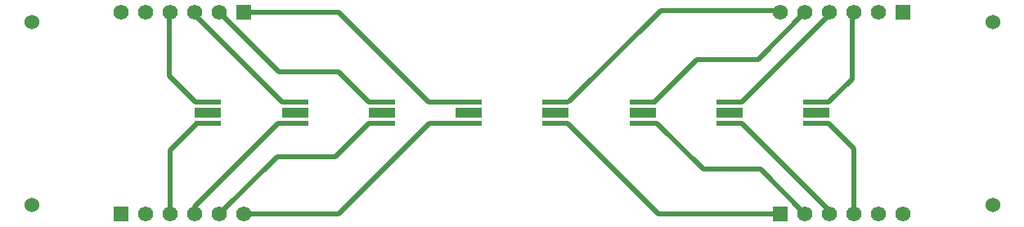
<source format=gbl>
G04*
G04 #@! TF.GenerationSoftware,Altium Limited,Altium Designer,24.0.1 (36)*
G04*
G04 Layer_Physical_Order=2*
G04 Layer_Color=16711680*
%FSLAX44Y44*%
%MOMM*%
G71*
G04*
G04 #@! TF.SameCoordinates,FE54D643-1383-4C3F-89A0-025996B94EA8*
G04*
G04*
G04 #@! TF.FilePolarity,Positive*
G04*
G01*
G75*
%ADD13C,1.5700*%
%ADD14R,1.5700X1.5700*%
%ADD16C,1.5240*%
%ADD17R,2.7000X0.5000*%
%ADD18R,2.7000X1.0000*%
%ADD19C,0.5080*%
D13*
X142700Y249400D02*
D03*
X168100D02*
D03*
X193500D02*
D03*
X218900D02*
D03*
X244300D02*
D03*
X825100D02*
D03*
X850500D02*
D03*
X875900D02*
D03*
X901300D02*
D03*
X926700D02*
D03*
X952100Y40600D02*
D03*
X926700D02*
D03*
X901300D02*
D03*
X875900D02*
D03*
X850500D02*
D03*
X269700D02*
D03*
X244300D02*
D03*
X218900D02*
D03*
X193500D02*
D03*
X168100D02*
D03*
D14*
X269700Y249400D02*
D03*
X952100D02*
D03*
X825100Y40600D02*
D03*
X142700D02*
D03*
D16*
X1044800Y240000D02*
D03*
Y50000D02*
D03*
X50000Y240000D02*
D03*
Y50000D02*
D03*
D17*
X232400Y156530D02*
D03*
Y134530D02*
D03*
X322400Y156530D02*
D03*
Y134530D02*
D03*
X412400Y156530D02*
D03*
Y134530D02*
D03*
X502400Y156530D02*
D03*
Y134530D02*
D03*
X592400Y156530D02*
D03*
Y134530D02*
D03*
X682400Y156530D02*
D03*
Y134530D02*
D03*
X772400Y156530D02*
D03*
Y134530D02*
D03*
X862400Y156530D02*
D03*
Y134530D02*
D03*
D18*
X232400Y145530D02*
D03*
X322400D02*
D03*
X412400D02*
D03*
X502400D02*
D03*
X592400D02*
D03*
X682400D02*
D03*
X772400D02*
D03*
X862400D02*
D03*
D19*
Y134530D02*
X862440Y134490D01*
X874905D02*
X875460Y133935D01*
X901300Y40600D02*
Y108350D01*
X875715Y133935D02*
X901300Y108350D01*
X862440Y134490D02*
X874905D01*
X875460Y133935D02*
X875715D01*
X862400Y156530D02*
X862440Y156570D01*
X874905D02*
X875460Y157125D01*
X899160Y180340D02*
Y247260D01*
X875945Y157125D02*
X899160Y180340D01*
X875460Y157125D02*
X875945D01*
X862440Y156570D02*
X874905D01*
X899160Y247260D02*
X901300Y249400D01*
X785180Y156530D02*
X875900Y247250D01*
X772400Y156530D02*
X785180D01*
X875900Y247250D02*
Y249400D01*
X784950Y134530D02*
X873868Y45612D01*
Y42632D02*
X875900Y40600D01*
X772400Y134530D02*
X784950D01*
X873868Y42632D02*
Y45612D01*
X697320Y134530D02*
X744982Y86868D01*
X804232D01*
X682400Y134530D02*
X697320D01*
X738314Y200660D02*
X801760D01*
X694184Y156530D02*
X738314Y200660D01*
X682400Y156530D02*
X694184D01*
X592400D02*
X592440Y156570D01*
X604905D02*
X605460Y157125D01*
X701040Y251460D02*
X823040D01*
X606705Y157125D02*
X701040Y251460D01*
X605460Y157125D02*
X606705D01*
X592440Y156570D02*
X604905D01*
X193500Y40600D02*
Y107140D01*
X220890Y134530D02*
X232400D01*
X193500Y107140D02*
X220890Y134530D01*
X364490Y100330D02*
X398690Y134530D01*
X304030Y100330D02*
X364490D01*
X398690Y134530D02*
X412400D01*
X305740Y187960D02*
X367918D01*
X399348Y156530D02*
X412400D01*
X367918Y187960D02*
X399348Y156530D01*
X192011Y183909D02*
X219390Y156530D01*
X192011Y183909D02*
Y247911D01*
X219390Y156530D02*
X232400D01*
X220932Y244466D02*
Y247368D01*
X308868Y156530D02*
X322400D01*
X220932Y244466D02*
X308868Y156530D01*
X218900Y249400D02*
X220932Y247368D01*
X698540Y40600D02*
X825100D01*
X804232Y86868D02*
X850500Y40600D01*
X823040Y251460D02*
X825100Y249400D01*
X801760Y200660D02*
X850500Y249400D01*
X604610Y134530D02*
X698540Y40600D01*
X192011Y247911D02*
X193500Y249400D01*
X218900Y40600D02*
Y48630D01*
X304800Y134530D01*
X244300Y40600D02*
X304030Y100330D01*
X244300Y249400D02*
X305740Y187960D01*
X269700Y249400D02*
X367632D01*
X460502Y156530D01*
X304800Y134530D02*
X322400D01*
X592400D02*
X604610D01*
X460502Y156530D02*
X502400D01*
X269700Y40600D02*
X367284D01*
X461214Y134530D01*
X502400D01*
M02*

</source>
